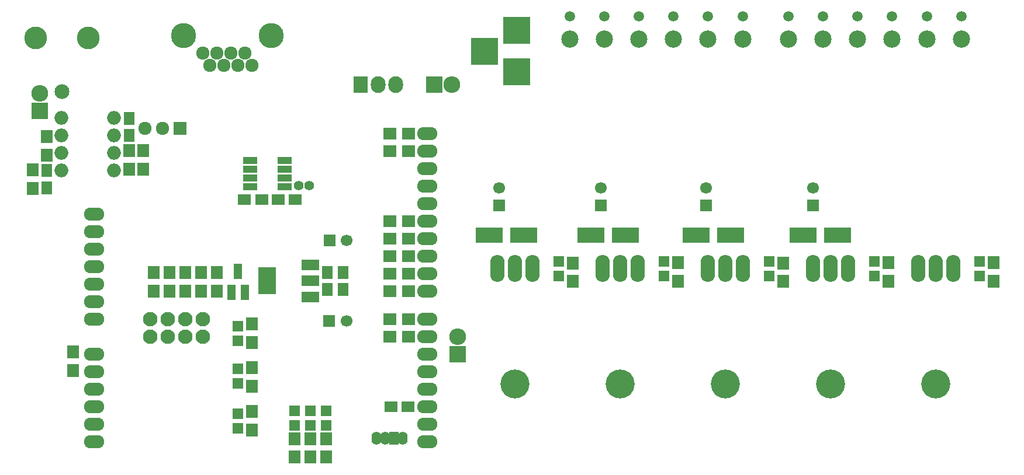
<source format=gbr>
G04 #@! TF.FileFunction,Soldermask,Top*
%FSLAX46Y46*%
G04 Gerber Fmt 4.6, Leading zero omitted, Abs format (unit mm)*
G04 Created by KiCad (PCBNEW 4.0.2+dfsg1-stable) date Mon 11 Jun 2018 12:16:28 PM EDT*
%MOMM*%
G01*
G04 APERTURE LIST*
%ADD10C,0.100000*%
%ADD11C,3.651200*%
%ADD12C,1.924000*%
%ADD13O,2.940000X1.924000*%
%ADD14R,2.127200X2.432000*%
%ADD15O,2.127200X2.432000*%
%ADD16C,2.150000*%
%ADD17C,3.300000*%
%ADD18R,1.598880X1.598880*%
%ADD19R,1.700000X1.900000*%
%ADD20C,2.100000*%
%ADD21C,1.920000*%
%ADD22R,1.920000X1.920000*%
%ADD23R,1.650000X1.900000*%
%ADD24O,2.000000X2.000000*%
%ADD25R,3.900120X3.900120*%
%ADD26C,2.500000*%
%ADD27C,1.500000*%
%ADD28C,1.700000*%
%ADD29R,1.700000X1.700000*%
%ADD30O,2.099260X3.900120*%
%ADD31C,4.199840*%
%ADD32R,2.600000X1.600000*%
%ADD33R,2.600000X3.900000*%
%ADD34C,1.400760*%
%ADD35O,1.400000X1.900000*%
%ADD36R,1.400000X1.900000*%
%ADD37R,1.900000X1.650000*%
%ADD38R,2.000000X1.100000*%
%ADD39R,2.432000X2.432000*%
%ADD40O,2.432000X2.432000*%
%ADD41R,1.900000X1.700000*%
%ADD42R,1.200100X2.200860*%
%ADD43R,3.900120X2.200860*%
G04 APERTURE END LIST*
D10*
D11*
X57150000Y-60960000D03*
X44450000Y-60960000D03*
D12*
X53340000Y-63500000D03*
X51308000Y-63500000D03*
X49276000Y-63500000D03*
X47244000Y-63500000D03*
X54356000Y-65278000D03*
X52324000Y-65278000D03*
X50292000Y-65278000D03*
X48260000Y-65278000D03*
D13*
X31496000Y-119888000D03*
X31496000Y-117348000D03*
X31496000Y-114808000D03*
X31496000Y-107188000D03*
X31496000Y-109728000D03*
X31496000Y-112268000D03*
X31496000Y-102108000D03*
X31496000Y-99568000D03*
X31496000Y-97028000D03*
X31496000Y-91948000D03*
X31496000Y-89408000D03*
X79756000Y-119888000D03*
X79756000Y-117348000D03*
X79756000Y-114808000D03*
X79756000Y-112268000D03*
X79756000Y-109728000D03*
X79756000Y-107188000D03*
X79756000Y-104648000D03*
X79756000Y-102108000D03*
X79756000Y-98044000D03*
X79756000Y-95504000D03*
X79756000Y-92964000D03*
X79756000Y-90424000D03*
X79756000Y-87884000D03*
X79756000Y-85344000D03*
X79756000Y-82804000D03*
X79756000Y-80264000D03*
X31496000Y-94488000D03*
X79756000Y-77724000D03*
X79756000Y-75184000D03*
X31496000Y-86868000D03*
D14*
X70104000Y-68072000D03*
D15*
X72644000Y-68072000D03*
X75184000Y-68072000D03*
D16*
X26822400Y-69090200D03*
D17*
X30622400Y-61290200D03*
X23022400Y-61290200D03*
D18*
X52324000Y-105189020D03*
X52324000Y-103090980D03*
D19*
X54356000Y-102790000D03*
X54356000Y-105490000D03*
D18*
X52324000Y-109280960D03*
X52324000Y-111379000D03*
D19*
X54356000Y-111840000D03*
X54356000Y-109140000D03*
D20*
X47244000Y-104648000D03*
X47244000Y-102108000D03*
X44704000Y-104648000D03*
X44704000Y-102108000D03*
X42164000Y-104648000D03*
X42164000Y-102108000D03*
X39624000Y-104648000D03*
X39624000Y-102108000D03*
D21*
X41402000Y-74422000D03*
X38862000Y-74422000D03*
D22*
X43942000Y-74422000D03*
D23*
X36576000Y-75418000D03*
X36576000Y-72918000D03*
D19*
X36576000Y-77644000D03*
X36576000Y-80344000D03*
X38608000Y-80344000D03*
X38608000Y-77644000D03*
D24*
X34366200Y-80518000D03*
X34366200Y-77978000D03*
X34366200Y-75438000D03*
X34366200Y-72898000D03*
X26746200Y-72898000D03*
X26746200Y-75438000D03*
X26746200Y-77978000D03*
X26746200Y-80518000D03*
D25*
X92710000Y-66197480D03*
X92710000Y-60198000D03*
X88011000Y-63197740D03*
D26*
X157080000Y-61468000D03*
X152080000Y-61468000D03*
D27*
X157080000Y-58168000D03*
X152080000Y-58168000D03*
D26*
X147080000Y-61468000D03*
X142080000Y-61468000D03*
X137080000Y-61468000D03*
X132080000Y-61468000D03*
D27*
X147080000Y-58168000D03*
X142080000Y-58168000D03*
X137080000Y-58168000D03*
X132080000Y-58168000D03*
D26*
X125410000Y-61468000D03*
X120410000Y-61468000D03*
D27*
X125410000Y-58168000D03*
X120410000Y-58168000D03*
D26*
X115410000Y-61468000D03*
X110410000Y-61468000D03*
X105410000Y-61468000D03*
X100410000Y-61468000D03*
D27*
X115410000Y-58168000D03*
X110410000Y-58168000D03*
X105410000Y-58168000D03*
X100410000Y-58168000D03*
D28*
X120142000Y-83058000D03*
D29*
X120142000Y-85558000D03*
D28*
X104902000Y-83058000D03*
D29*
X104902000Y-85558000D03*
D28*
X90170000Y-83058000D03*
D29*
X90170000Y-85558000D03*
D30*
X153416000Y-94742000D03*
X155956000Y-94742000D03*
X150876000Y-94742000D03*
D31*
X153416000Y-111506000D03*
D30*
X122936000Y-94742000D03*
X125476000Y-94742000D03*
X120396000Y-94742000D03*
D31*
X122936000Y-111506000D03*
D30*
X107696000Y-94742000D03*
X110236000Y-94742000D03*
X105156000Y-94742000D03*
D31*
X107696000Y-111506000D03*
D30*
X92456000Y-94742000D03*
X94996000Y-94742000D03*
X89916000Y-94742000D03*
D31*
X92456000Y-111506000D03*
D28*
X135636000Y-83058000D03*
D29*
X135636000Y-85558000D03*
D30*
X138176000Y-94742000D03*
X140716000Y-94742000D03*
X135636000Y-94742000D03*
D31*
X138176000Y-111506000D03*
D18*
X65082618Y-115376436D03*
X65082618Y-117474476D03*
X62796618Y-115376436D03*
X62796618Y-117474476D03*
X60510618Y-115376436D03*
X60510618Y-117474476D03*
X52324000Y-115790980D03*
X52324000Y-117889020D03*
X159766000Y-95791020D03*
X159766000Y-93692980D03*
X129286000Y-95824040D03*
X129286000Y-93726000D03*
X114046000Y-95791020D03*
X114046000Y-93692980D03*
X98806000Y-95824040D03*
X98806000Y-93726000D03*
X144526000Y-95791020D03*
X144526000Y-93692980D03*
D19*
X65082618Y-119393456D03*
X65082618Y-122093456D03*
X62796618Y-119393456D03*
X62796618Y-122093456D03*
X60510618Y-119393456D03*
X60510618Y-122093456D03*
X54356000Y-118190000D03*
X54356000Y-115490000D03*
X161798000Y-93900000D03*
X161798000Y-96600000D03*
X131318000Y-93916500D03*
X131318000Y-96616500D03*
X116078000Y-93878400D03*
X116078000Y-96578400D03*
X100838000Y-93916500D03*
X100838000Y-96616500D03*
X146558000Y-93900000D03*
X146558000Y-96600000D03*
D28*
X68072000Y-90678000D03*
D29*
X65572000Y-90678000D03*
D28*
X68032000Y-102362000D03*
D29*
X65532000Y-102362000D03*
D32*
X62772840Y-94220000D03*
X62772840Y-96520000D03*
X62772840Y-98820000D03*
D33*
X56572840Y-96520000D03*
D34*
X61137800Y-82727800D03*
X62636400Y-82727800D03*
D35*
X76200000Y-119380000D03*
D36*
X74930000Y-119380000D03*
D35*
X73660000Y-119380000D03*
X72390000Y-119380000D03*
D37*
X60609800Y-84759800D03*
X58109800Y-84759800D03*
D38*
X59030800Y-80314800D03*
X59030800Y-81584800D03*
X59030800Y-79044800D03*
X59030800Y-82854800D03*
X54100800Y-79044800D03*
X54100800Y-80314800D03*
X54100800Y-81584800D03*
X54100800Y-82854800D03*
D23*
X24638000Y-80518000D03*
X24638000Y-83018000D03*
D37*
X55763800Y-84759800D03*
X53263800Y-84759800D03*
X74442000Y-114808000D03*
X76942000Y-114808000D03*
D23*
X67564000Y-95270000D03*
X67564000Y-97770000D03*
X65278000Y-95270000D03*
X65278000Y-97770000D03*
D19*
X46990000Y-97997000D03*
X46990000Y-95297000D03*
X49276000Y-95297000D03*
X49276000Y-97997000D03*
X40132000Y-97997000D03*
X40132000Y-95297000D03*
X42418000Y-95297000D03*
X42418000Y-97997000D03*
X24638000Y-75612000D03*
X24638000Y-78312000D03*
X22606000Y-83138000D03*
X22606000Y-80438000D03*
D39*
X80772000Y-68072000D03*
D40*
X83312000Y-68072000D03*
D41*
X77042000Y-75184000D03*
X74342000Y-75184000D03*
X77042000Y-77724000D03*
X74342000Y-77724000D03*
D19*
X28448000Y-109554000D03*
X28448000Y-106854000D03*
D41*
X74342000Y-95504000D03*
X77042000Y-95504000D03*
X74342000Y-92964000D03*
X77042000Y-92964000D03*
X74342000Y-90424000D03*
X77042000Y-90424000D03*
X74342000Y-87884000D03*
X77042000Y-87884000D03*
D19*
X44704000Y-95297000D03*
X44704000Y-97997000D03*
D41*
X77042000Y-102108000D03*
X74342000Y-102108000D03*
X77042000Y-104648000D03*
X74342000Y-104648000D03*
X74342000Y-98044000D03*
X77042000Y-98044000D03*
D42*
X51374000Y-98148140D03*
X53274000Y-98148140D03*
X52324000Y-95145860D03*
D43*
X134193280Y-89916000D03*
X139192000Y-89916000D03*
X118699280Y-89916000D03*
X123698000Y-89916000D03*
X103459280Y-89916000D03*
X108458000Y-89916000D03*
X88727280Y-89916000D03*
X93726000Y-89916000D03*
D39*
X84124800Y-107188000D03*
D40*
X84124800Y-104648000D03*
D39*
X23622000Y-71882000D03*
D40*
X23622000Y-69342000D03*
M02*

</source>
